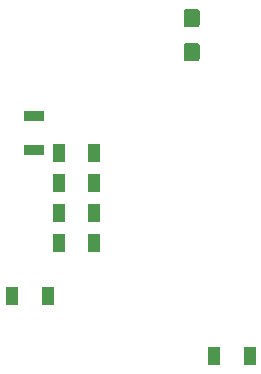
<source format=gbr>
G04 #@! TF.GenerationSoftware,KiCad,Pcbnew,(5.1.5)-3*
G04 #@! TF.CreationDate,2020-06-20T17:54:41+02:00*
G04 #@! TF.ProjectId,openXsensor,6f70656e-5873-4656-9e73-6f722e6b6963,rev?*
G04 #@! TF.SameCoordinates,Original*
G04 #@! TF.FileFunction,Paste,Bot*
G04 #@! TF.FilePolarity,Positive*
%FSLAX46Y46*%
G04 Gerber Fmt 4.6, Leading zero omitted, Abs format (unit mm)*
G04 Created by KiCad (PCBNEW (5.1.5)-3) date 2020-06-20 17:54:41*
%MOMM*%
%LPD*%
G04 APERTURE LIST*
%ADD10R,1.000000X1.600000*%
%ADD11C,0.100000*%
%ADD12R,1.700000X0.900000*%
G04 APERTURE END LIST*
D10*
X146225000Y-103505000D03*
X149225000Y-103505000D03*
X149225000Y-100965000D03*
X146225000Y-100965000D03*
X146225000Y-98425000D03*
X149225000Y-98425000D03*
X149225000Y-95885000D03*
X146225000Y-95885000D03*
D11*
G36*
X157929505Y-86543704D02*
G01*
X157953773Y-86547304D01*
X157977572Y-86553265D01*
X158000671Y-86561530D01*
X158022850Y-86572020D01*
X158043893Y-86584632D01*
X158063599Y-86599247D01*
X158081777Y-86615723D01*
X158098253Y-86633901D01*
X158112868Y-86653607D01*
X158125480Y-86674650D01*
X158135970Y-86696829D01*
X158144235Y-86719928D01*
X158150196Y-86743727D01*
X158153796Y-86767995D01*
X158155000Y-86792499D01*
X158155000Y-87867501D01*
X158153796Y-87892005D01*
X158150196Y-87916273D01*
X158144235Y-87940072D01*
X158135970Y-87963171D01*
X158125480Y-87985350D01*
X158112868Y-88006393D01*
X158098253Y-88026099D01*
X158081777Y-88044277D01*
X158063599Y-88060753D01*
X158043893Y-88075368D01*
X158022850Y-88087980D01*
X158000671Y-88098470D01*
X157977572Y-88106735D01*
X157953773Y-88112696D01*
X157929505Y-88116296D01*
X157905001Y-88117500D01*
X157054999Y-88117500D01*
X157030495Y-88116296D01*
X157006227Y-88112696D01*
X156982428Y-88106735D01*
X156959329Y-88098470D01*
X156937150Y-88087980D01*
X156916107Y-88075368D01*
X156896401Y-88060753D01*
X156878223Y-88044277D01*
X156861747Y-88026099D01*
X156847132Y-88006393D01*
X156834520Y-87985350D01*
X156824030Y-87963171D01*
X156815765Y-87940072D01*
X156809804Y-87916273D01*
X156806204Y-87892005D01*
X156805000Y-87867501D01*
X156805000Y-86792499D01*
X156806204Y-86767995D01*
X156809804Y-86743727D01*
X156815765Y-86719928D01*
X156824030Y-86696829D01*
X156834520Y-86674650D01*
X156847132Y-86653607D01*
X156861747Y-86633901D01*
X156878223Y-86615723D01*
X156896401Y-86599247D01*
X156916107Y-86584632D01*
X156937150Y-86572020D01*
X156959329Y-86561530D01*
X156982428Y-86553265D01*
X157006227Y-86547304D01*
X157030495Y-86543704D01*
X157054999Y-86542500D01*
X157905001Y-86542500D01*
X157929505Y-86543704D01*
G37*
G36*
X157929505Y-83668704D02*
G01*
X157953773Y-83672304D01*
X157977572Y-83678265D01*
X158000671Y-83686530D01*
X158022850Y-83697020D01*
X158043893Y-83709632D01*
X158063599Y-83724247D01*
X158081777Y-83740723D01*
X158098253Y-83758901D01*
X158112868Y-83778607D01*
X158125480Y-83799650D01*
X158135970Y-83821829D01*
X158144235Y-83844928D01*
X158150196Y-83868727D01*
X158153796Y-83892995D01*
X158155000Y-83917499D01*
X158155000Y-84992501D01*
X158153796Y-85017005D01*
X158150196Y-85041273D01*
X158144235Y-85065072D01*
X158135970Y-85088171D01*
X158125480Y-85110350D01*
X158112868Y-85131393D01*
X158098253Y-85151099D01*
X158081777Y-85169277D01*
X158063599Y-85185753D01*
X158043893Y-85200368D01*
X158022850Y-85212980D01*
X158000671Y-85223470D01*
X157977572Y-85231735D01*
X157953773Y-85237696D01*
X157929505Y-85241296D01*
X157905001Y-85242500D01*
X157054999Y-85242500D01*
X157030495Y-85241296D01*
X157006227Y-85237696D01*
X156982428Y-85231735D01*
X156959329Y-85223470D01*
X156937150Y-85212980D01*
X156916107Y-85200368D01*
X156896401Y-85185753D01*
X156878223Y-85169277D01*
X156861747Y-85151099D01*
X156847132Y-85131393D01*
X156834520Y-85110350D01*
X156824030Y-85088171D01*
X156815765Y-85065072D01*
X156809804Y-85041273D01*
X156806204Y-85017005D01*
X156805000Y-84992501D01*
X156805000Y-83917499D01*
X156806204Y-83892995D01*
X156809804Y-83868727D01*
X156815765Y-83844928D01*
X156824030Y-83821829D01*
X156834520Y-83799650D01*
X156847132Y-83778607D01*
X156861747Y-83758901D01*
X156878223Y-83740723D01*
X156896401Y-83724247D01*
X156916107Y-83709632D01*
X156937150Y-83697020D01*
X156959329Y-83686530D01*
X156982428Y-83678265D01*
X157006227Y-83672304D01*
X157030495Y-83668704D01*
X157054999Y-83667500D01*
X157905001Y-83667500D01*
X157929505Y-83668704D01*
G37*
D10*
X162385000Y-113030000D03*
X159385000Y-113030000D03*
X142288000Y-107950000D03*
X145288000Y-107950000D03*
D12*
X144145000Y-92710000D03*
X144145000Y-95610000D03*
M02*

</source>
